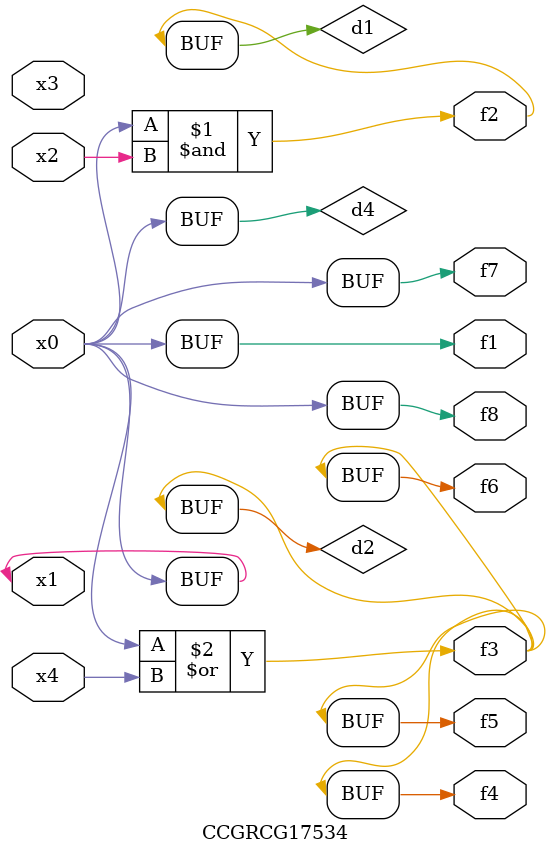
<source format=v>
module CCGRCG17534(
	input x0, x1, x2, x3, x4,
	output f1, f2, f3, f4, f5, f6, f7, f8
);

	wire d1, d2, d3, d4;

	and (d1, x0, x2);
	or (d2, x0, x4);
	nand (d3, x0, x2);
	buf (d4, x0, x1);
	assign f1 = d4;
	assign f2 = d1;
	assign f3 = d2;
	assign f4 = d2;
	assign f5 = d2;
	assign f6 = d2;
	assign f7 = d4;
	assign f8 = d4;
endmodule

</source>
